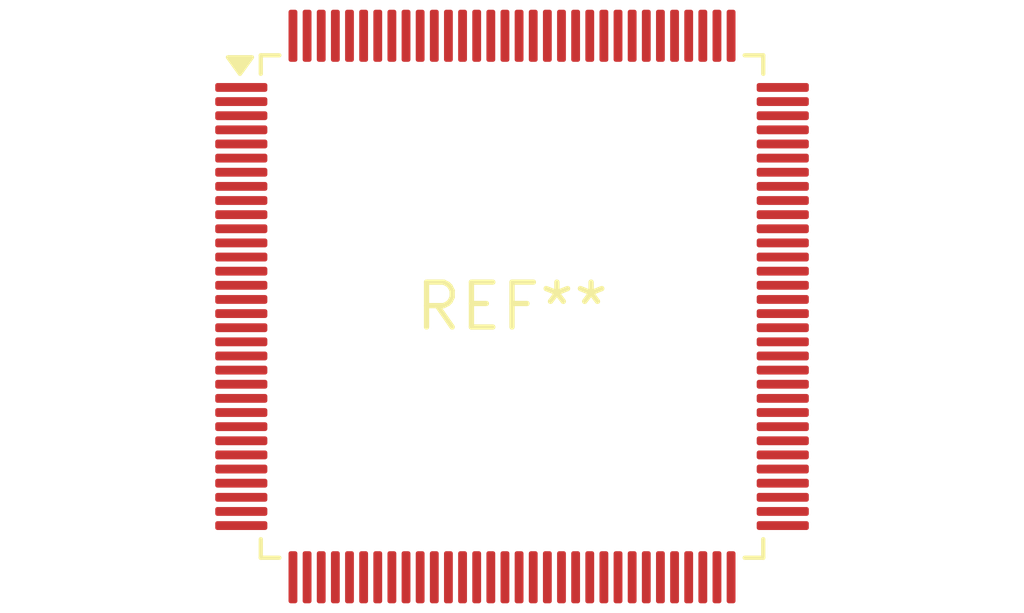
<source format=kicad_pcb>
(kicad_pcb (version 20240108) (generator pcbnew)
  (layers (0 "F.Cu" signal) (31 "B.Cu" signal) (34 "B.Paste" user) (35 "F.Paste" user) (36 "B.SilkS" user "B.Silkscreen") (37 "F.SilkS" user "F.Silkscreen") (38 "B.Mask" user) (39 "F.Mask" user) (44 "Edge.Cuts" user))
  (net 0 "")
  (footprint "LQFP-128_14x14mm_P0.4mm" (layer "F.Cu") (at 0 0)
    (property "Reference" "REF**")
    (property "Value" "LQFP-128_14x14mm_P0.4mm")
    (fp_line (start -7.11 -7.11) (end -7.11 -6.585) (layer "F.SilkS") (stroke (width 0.12)))
    (fp_line (start -7.11 7.11) (end -7.11 6.585) (layer "F.SilkS") (stroke (width 0.12)))
    (fp_line (start -6.585 -7.11) (end -7.11 -7.11) (layer "F.SilkS") (stroke (width 0.12)))
    (fp_line (start -6.585 7.11) (end -7.11 7.11) (layer "F.SilkS") (stroke (width 0.12)))
    (fp_line (start 6.585 -7.11) (end 7.11 -7.11) (layer "F.SilkS") (stroke (width 0.12)))
    (fp_line (start 6.585 7.11) (end 7.11 7.11) (layer "F.SilkS") (stroke (width 0.12)))
    (fp_line (start 7.11 -7.11) (end 7.11 -6.585) (layer "F.SilkS") (stroke (width 0.12)))
    (fp_line (start 7.11 7.11) (end 7.11 6.585) (layer "F.SilkS") (stroke (width 0.12)))
    (fp_poly (pts (xy -7.7 -6.585) (xy -8.04 -7.055) (xy -7.36 -7.055) (xy -7.7 -6.585)) (layer "F.SilkS") (stroke (width 0.12)) (fill solid))
    (pad "1" smd roundrect (at -7.6625 -6.2) (size 1.475 0.25) (layers "F.Cu" "F.Paste" "F.Mask"))
    (pad "2" smd roundrect (at -7.6625 -5.8) (size 1.475 0.25) (layers "F.Cu" "F.Paste" "F.Mask"))
    (pad "3" smd roundrect (at -7.6625 -5.4) (size 1.475 0.25) (layers "F.Cu" "F.Paste" "F.Mask"))
    (pad "4" smd roundrect (at -7.6625 -5) (size 1.475 0.25) (layers "F.Cu" "F.Paste" "F.Mask"))
    (pad "5" smd roundrect (at -7.6625 -4.6) (size 1.475 0.25) (layers "F.Cu" "F.Paste" "F.Mask"))
    (pad "6" smd roundrect (at -7.6625 -4.2) (size 1.475 0.25) (layers "F.Cu" "F.Paste" "F.Mask"))
    (pad "7" smd roundrect (at -7.6625 -3.8) (size 1.475 0.25) (layers "F.Cu" "F.Paste" "F.Mask"))
    (pad "8" smd roundrect (at -7.6625 -3.4) (size 1.475 0.25) (layers "F.Cu" "F.Paste" "F.Mask"))
    (pad "9" smd roundrect (at -7.6625 -3) (size 1.475 0.25) (layers "F.Cu" "F.Paste" "F.Mask"))
    (pad "10" smd roundrect (at -7.6625 -2.6) (size 1.475 0.25) (layers "F.Cu" "F.Paste" "F.Mask"))
    (pad "11" smd roundrect (at -7.6625 -2.2) (size 1.475 0.25) (layers "F.Cu" "F.Paste" "F.Mask"))
    (pad "12" smd roundrect (at -7.6625 -1.8) (size 1.475 0.25) (layers "F.Cu" "F.Paste" "F.Mask"))
    (pad "13" smd roundrect (at -7.6625 -1.4) (size 1.475 0.25) (layers "F.Cu" "F.Paste" "F.Mask"))
    (pad "14" smd roundrect (at -7.6625 -1) (size 1.475 0.25) (layers "F.Cu" "F.Paste" "F.Mask"))
    (pad "15" smd roundrect (at -7.6625 -0.6) (size 1.475 0.25) (layers "F.Cu" "F.Paste" "F.Mask"))
    (pad "16" smd roundrect (at -7.6625 -0.2) (size 1.475 0.25) (layers "F.Cu" "F.Paste" "F.Mask"))
    (pad "17" smd roundrect (at -7.6625 0.2) (size 1.475 0.25) (layers "F.Cu" "F.Paste" "F.Mask"))
    (pad "18" smd roundrect (at -7.6625 0.6) (size 1.475 0.25) (layers "F.Cu" "F.Paste" "F.Mask"))
    (pad "19" smd roundrect (at -7.6625 1) (size 1.475 0.25) (layers "F.Cu" "F.Paste" "F.Mask"))
    (pad "20" smd roundrect (at -7.6625 1.4) (size 1.475 0.25) (layers "F.Cu" "F.Paste" "F.Mask"))
    (pad "21" smd roundrect (at -7.6625 1.8) (size 1.475 0.25) (layers "F.Cu" "F.Paste" "F.Mask"))
    (pad "22" smd roundrect (at -7.6625 2.2) (size 1.475 0.25) (layers "F.Cu" "F.Paste" "F.Mask"))
    (pad "23" smd roundrect (at -7.6625 2.6) (size 1.475 0.25) (layers "F.Cu" "F.Paste" "F.Mask"))
    (pad "24" smd roundrect (at -7.6625 3) (size 1.475 0.25) (layers "F.Cu" "F.Paste" "F.Mask"))
    (pad "25" smd roundrect (at -7.6625 3.4) (size 1.475 0.25) (layers "F.Cu" "F.Paste" "F.Mask"))
    (pad "26" smd roundrect (at -7.6625 3.8) (size 1.475 0.25) (layers "F.Cu" "F.Paste" "F.Mask"))
    (pad "27" smd roundrect (at -7.6625 4.2) (size 1.475 0.25) (layers "F.Cu" "F.Paste" "F.Mask"))
    (pad "28" smd roundrect (at -7.6625 4.6) (size 1.475 0.25) (layers "F.Cu" "F.Paste" "F.Mask"))
    (pad "29" smd roundrect (at -7.6625 5) (size 1.475 0.25) (layers "F.Cu" "F.Paste" "F.Mask"))
    (pad "30" smd roundrect (at -7.6625 5.4) (size 1.475 0.25) (layers "F.Cu" "F.Paste" "F.Mask"))
    (pad "31" smd roundrect (at -7.6625 5.8) (size 1.475 0.25) (layers "F.Cu" "F.Paste" "F.Mask"))
    (pad "32" smd roundrect (at -7.6625 6.2) (size 1.475 0.25) (layers "F.Cu" "F.Paste" "F.Mask"))
    (pad "33" smd roundrect (at -6.2 7.6625) (size 0.25 1.475) (layers "F.Cu" "F.Paste" "F.Mask"))
    (pad "34" smd roundrect (at -5.8 7.6625) (size 0.25 1.475) (layers "F.Cu" "F.Paste" "F.Mask"))
    (pad "35" smd roundrect (at -5.4 7.6625) (size 0.25 1.475) (layers "F.Cu" "F.Paste" "F.Mask"))
    (pad "36" smd roundrect (at -5 7.6625) (size 0.25 1.475) (layers "F.Cu" "F.Paste" "F.Mask"))
    (pad "37" smd roundrect (at -4.6 7.6625) (size 0.25 1.475) (layers "F.Cu" "F.Paste" "F.Mask"))
    (pad "38" smd roundrect (at -4.2 7.6625) (size 0.25 1.475) (layers "F.Cu" "F.Paste" "F.Mask"))
    (pad "39" smd roundrect (at -3.8 7.6625) (size 0.25 1.475) (layers "F.Cu" "F.Paste" "F.Mask"))
    (pad "40" smd roundrect (at -3.4 7.6625) (size 0.25 1.475) (layers "F.Cu" "F.Paste" "F.Mask"))
    (pad "41" smd roundrect (at -3 7.6625) (size 0.25 1.475) (layers "F.Cu" "F.Paste" "F.Mask"))
    (pad "42" smd roundrect (at -2.6 7.6625) (size 0.25 1.475) (layers "F.Cu" "F.Paste" "F.Mask"))
    (pad "43" smd roundrect (at -2.2 7.6625) (size 0.25 1.475) (layers "F.Cu" "F.Paste" "F.Mask"))
    (pad "44" smd roundrect (at -1.8 7.6625) (size 0.25 1.475) (layers "F.Cu" "F.Paste" "F.Mask"))
    (pad "45" smd roundrect (at -1.4 7.6625) (size 0.25 1.475) (layers "F.Cu" "F.Paste" "F.Mask"))
    (pad "46" smd roundrect (at -1 7.6625) (size 0.25 1.475) (layers "F.Cu" "F.Paste" "F.Mask"))
    (pad "47" smd roundrect (at -0.6 7.6625) (size 0.25 1.475) (layers "F.Cu" "F.Paste" "F.Mask"))
    (pad "48" smd roundrect (at -0.2 7.6625) (size 0.25 1.475) (layers "F.Cu" "F.Paste" "F.Mask"))
    (pad "49" smd roundrect (at 0.2 7.6625) (size 0.25 1.475) (layers "F.Cu" "F.Paste" "F.Mask"))
    (pad "50" smd roundrect (at 0.6 7.6625) (size 0.25 1.475) (layers "F.Cu" "F.Paste" "F.Mask"))
    (pad "51" smd roundrect (at 1 7.6625) (size 0.25 1.475) (layers "F.Cu" "F.Paste" "F.Mask"))
    (pad "52" smd roundrect (at 1.4 7.6625) (size 0.25 1.475) (layers "F.Cu" "F.Paste" "F.Mask"))
    (pad "53" smd roundrect (at 1.8 7.6625) (size 0.25 1.475) (layers "F.Cu" "F.Paste" "F.Mask"))
    (pad "54" smd roundrect (at 2.2 7.6625) (size 0.25 1.475) (layers "F.Cu" "F.Paste" "F.Mask"))
    (pad "55" smd roundrect (at 2.6 7.6625) (size 0.25 1.475) (layers "F.Cu" "F.Paste" "F.Mask"))
    (pad "56" smd roundrect (at 3 7.6625) (size 0.25 1.475) (layers "F.Cu" "F.Paste" "F.Mask"))
    (pad "57" smd roundrect (at 3.4 7.6625) (size 0.25 1.475) (layers "F.Cu" "F.Paste" "F.Mask"))
    (pad "58" smd roundrect (at 3.8 7.6625) (size 0.25 1.475) (layers "F.Cu" "F.Paste" "F.Mask"))
    (pad "59" smd roundrect (at 4.2 7.6625) (size 0.25 1.475) (layers "F.Cu" "F.Paste" "F.Mask"))
    (pad "60" smd roundrect (at 4.6 7.6625) (size 0.25 1.475) (layers "F.Cu" "F.Paste" "F.Mask"))
    (pad "61" smd roundrect (at 5 7.6625) (size 0.25 1.475) (layers "F.Cu" "F.Paste" "F.Mask"))
    (pad "62" smd roundrect (at 5.4 7.6625) (size 0.25 1.475) (layers "F.Cu" "F.Paste" "F.Mask"))
    (pad "63" smd roundrect (at 5.8 7.6625) (size 0.25 1.475) (layers "F.Cu" "F.Paste" "F.Mask"))
    (pad "64" smd roundrect (at 6.2 7.6625) (size 0.25 1.475) (layers "F.Cu" "F.Paste" "F.Mask"))
    (pad "65" smd roundrect (at 7.6625 6.2) (size 1.475 0.25) (layers "F.Cu" "F.Paste" "F.Mask"))
    (pad "66" smd roundrect (at 7.6625 5.8) (size 1.475 0.25) (layers "F.Cu" "F.Paste" "F.Mask"))
    (pad "67" smd roundrect (at 7.6625 5.4) (size 1.475 0.25) (layers "F.Cu" "F.Paste" "F.Mask"))
    (pad "68" smd roundrect (at 7.6625 5) (size 1.475 0.25) (layers "F.Cu" "F.Paste" "F.Mask"))
    (pad "69" smd roundrect (at 7.6625 4.6) (size 1.475 0.25) (layers "F.Cu" "F.Paste" "F.Mask"))
    (pad "70" smd roundrect (at 7.6625 4.2) (size 1.475 0.25) (layers "F.Cu" "F.Paste" "F.Mask"))
    (pad "71" smd roundrect (at 7.6625 3.8) (size 1.475 0.25) (layers "F.Cu" "F.Paste" "F.Mask"))
    (pad "72" smd roundrect (at 7.6625 3.4) (size 1.475 0.25) (layers "F.Cu" "F.Paste" "F.Mask"))
    (pad "73" smd roundrect (at 7.6625 3) (size 1.475 0.25) (layers "F.Cu" "F.Paste" "F.Mask"))
    (pad "74" smd roundrect (at 7.6625 2.6) (size 1.475 0.25) (layers "F.Cu" "F.Paste" "F.Mask"))
    (pad "75" smd roundrect (at 7.6625 2.2) (size 1.475 0.25) (layers "F.Cu" "F.Paste" "F.Mask"))
    (pad "76" smd roundrect (at 7.6625 1.8) (size 1.475 0.25) (layers "F.Cu" "F.Paste" "F.Mask"))
    (pad "77" smd roundrect (at 7.6625 1.4) (size 1.475 0.25) (layers "F.Cu" "F.Paste" "F.Mask"))
    (pad "78" smd roundrect (at 7.6625 1) (size 1.475 0.25) (layers "F.Cu" "F.Paste" "F.Mask"))
    (pad "79" smd roundrect (at 7.6625 0.6) (size 1.475 0.25) (layers "F.Cu" "F.Paste" "F.Mask"))
    (pad "80" smd roundrect (at 7.6625 0.2) (size 1.475 0.25) (layers "F.Cu" "F.Paste" "F.Mask"))
    (pad "81" smd roundrect (at 7.6625 -0.2) (size 1.475 0.25) (layers "F.Cu" "F.Paste" "F.Mask"))
    (pad "82" smd roundrect (at 7.6625 -0.6) (size 1.475 0.25) (layers "F.Cu" "F.Paste" "F.Mask"))
    (pad "83" smd roundrect (at 7.6625 -1) (size 1.475 0.25) (layers "F.Cu" "F.Paste" "F.Mask"))
    (pad "84" smd roundrect (at 7.6625 -1.4) (size 1.475 0.25) (layers "F.Cu" "F.Paste" "F.Mask"))
    (pad "85" smd roundrect (at 7.6625 -1.8) (size 1.475 0.25) (layers "F.Cu" "F.Paste" "F.Mask"))
    (pad "86" smd roundrect (at 7.6625 -2.2) (size 1.475 0.25) (layers "F.Cu" "F.Paste" "F.Mask"))
    (pad "87" smd roundrect (at 7.6625 -2.6) (size 1.475 0.25) (layers "F.Cu" "F.Paste" "F.Mask"))
    (pad "88" smd roundrect (at 7.6625 -3) (size 1.475 0.25) (layers "F.Cu" "F.Paste" "F.Mask"))
    (pad "89" smd roundrect (at 7.6625 -3.4) (size 1.475 0.25) (layers "F.Cu" "F.Paste" "F.Mask"))
    (pad "90" smd roundrect (at 7.6625 -3.8) (size 1.475 0.25) (layers "F.Cu" "F.Paste" "F.Mask"))
    (pad "91" smd roundrect (at 7.6625 -4.2) (size 1.475 0.25) (layers "F.Cu" "F.Paste" "F.Mask"))
    (pad "92" smd roundrect (at 7.6625 -4.6) (size 1.475 0.25) (layers "F.Cu" "F.Paste" "F.Mask"))
    (pad "93" smd roundrect (at 7.6625 -5) (size 1.475 0.25) (layers "F.Cu" "F.Paste" "F.Mask"))
    (pad "94" smd roundrect (at 7.6625 -5.4) (size 1.475 0.25) (layers "F.Cu" "F.Paste" "F.Mask"))
    (pad "95" smd roundrect (at 7.6625 -5.8) (size 1.475 0.25) (layers "F.Cu" "F.Paste" "F.Mask"))
    (pad "96" smd roundrect (at 7.6625 -6.2) (size 1.475 0.25) (layers "F.Cu" "F.Paste" "F.Mask"))
    (pad "97" smd roundrect (at 6.2 -7.6625) (size 0.25 1.475) (layers "F.Cu" "F.Paste" "F.Mask"))
    (pad "98" smd roundrect (at 5.8 -7.6625) (size 0.25 1.475) (layers "F.Cu" "F.Paste" "F.Mask"))
    (pad "99" smd roundrect (at 5.4 -7.6625) (size 0.25 1.475) (layers "F.Cu" "F.Paste" "F.Mask"))
    (pad "100" smd roundrect (at 5 -7.6625) (size 0.25 1.475) (layers "F.Cu" "F.Paste" "F.Mask"))
    (pad "101" smd roundrect (at 4.6 -7.6625) (size 0.25 1.475) (layers "F.Cu" "F.Paste" "F.Mask"))
    (pad "102" smd roundrect (at 4.2 -7.6625) (size 0.25 1.475) (layers "F.Cu" "F.Paste" "F.Mask"))
    (pad "103" smd roundrect (at 3.8 -7.6625) (size 0.25 1.475) (layers "F.Cu" "F.Paste" "F.Mask"))
    (pad "104" smd roundrect (at 3.4 -7.6625) (size 0.25 1.475) (layers "F.Cu" "F.Paste" "F.Mask"))
    (pad "105" smd roundrect (at 3 -7.6625) (size 0.25 1.475) (layers "F.Cu" "F.Paste" "F.Mask"))
    (pad "106" smd roundrect (at 2.6 -7.6625) (size 0.25 1.475) (layers "F.Cu" "F.Paste" "F.Mask"))
    (pad "107" smd roundrect (at 2.2 -7.6625) (size 0.25 1.475) (layers "F.Cu" "F.Paste" "F.Mask"))
    (pad "108" smd roundrect (at 1.8 -7.6625) (size 0.25 1.475) (layers "F.Cu" "F.Paste" "F.Mask"))
    (pad "109" smd roundrect (at 1.4 -7.6625) (size 0.25 1.475) (layers "F.Cu" "F.Paste" "F.Mask"))
    (pad "110" smd roundrect (at 1 -7.6625) (size 0.25 1.475) (layers "F.Cu" "F.Paste" "F.Mask"))
    (pad "111" smd roundrect (at 0.6 -7.6625) (size 0.25 1.475) (layers "F.Cu" "F.Paste" "F.Mask"))
    (pad "112" smd roundrect (at 0.2 -7.6625) (size 0.25 1.475) (layers "F.Cu" "F.Paste" "F.Mask"))
    (pad "113" smd roundrect (at -0.2 -7.6625) (size 0.25 1.475) (layers "F.Cu" "F.Paste" "F.Mask"))
    (pad "114" smd roundrect (at -0.6 -7.6625) (size 0.25 1.475) (layers "F.Cu" "F.Paste" "F.Mask"))
    (pad "115" smd roundrect (at -1 -7.6625) (size 0.25 1.475) (layers "F.Cu" "F.Paste" "F.Mask"))
    (pad "116" smd roundrect (at -1.4 -7.6625) (size 0.25 1.475) (layers "F.Cu" "F.Paste" "F.Mask"))
    (pad "117" smd roundrect (at -1.8 -7.6625) (size 0.25 1.475) (layers "F.Cu" "F.Paste" "F.Mask"))
    (pad "118" smd roundrect (at -2.2 -7.6625) (size 0.25 1.475) (layers "F.Cu" "F.Paste" "F.Mask"))
    (pad "119" smd roundrect (at -2.6 -7.6625) (size 0.25 1.475) (layers "F.Cu" "F.Paste" "F.Mask"))
    (pad "120" smd roundrect (at -3 -7.6625) (size 0.25 1.475) (layers "F.Cu" "F.Paste" "F.Mask"))
    (pad "121" smd roundrect (at -3.4 -7.6625) (size 0.25 1.475) (layers "F.Cu" "F.Paste" "F.Mask"))
    (pad "122" smd roundrect (at -3.8 -7.6625) (size 0.25 1.475) (layers "F.Cu" "F.Paste" "F.Mask"))
    (pad "123" smd roundrect (at -4.2 -7.6625) (size 0.25 1.475) (layers "F.Cu" "F.Paste" "F.Mask"))
    (pad "124" smd roundrect (at -4.6 -7.6625) (size 0.25 1.475) (layers "F.Cu" "F.Paste" "F.Mask"))
    (pad "125" smd roundrect (at -5 -7.6625) (size 0.25 1.475) (layers "F.Cu" "F.Paste" "F.Mask"))
    (pad "126" smd roundrect (at -5.4 -7.6625) (size 0.25 1.475) (layers "F.Cu" "F.Paste" "F.Mask"))
    (pad "127" smd roundrect (at -5.8 -7.6625) (size 0.25 1.475) (layers "F.Cu" "F.Paste" "F.Mask"))
    (pad "128" smd roundrect (at -6.2 -7.6625) (size 0.25 1.475) (layers "F.Cu" "F.Paste" "F.Mask"))
  )
)
</source>
